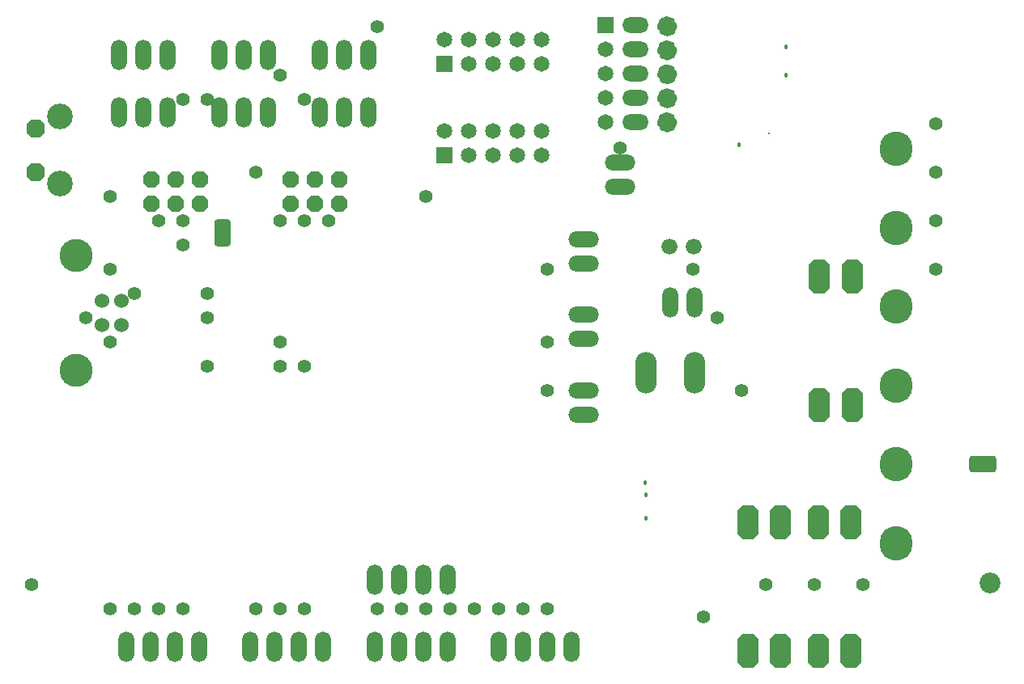
<source format=gbs>
G04 Layer_Color=16711935*
%FSLAX24Y24*%
%MOIN*%
G70*
G01*
G75*
%ADD29C,0.0600*%
G04:AMPARAMS|DCode=185|XSize=56mil|YSize=56mil|CornerRadius=28mil|HoleSize=0mil|Usage=FLASHONLY|Rotation=90.000|XOffset=0mil|YOffset=0mil|HoleType=Round|Shape=RoundedRectangle|*
%AMROUNDEDRECTD185*
21,1,0.0560,0.0000,0,0,90.0*
21,1,0.0000,0.0560,0,0,90.0*
1,1,0.0560,0.0000,0.0000*
1,1,0.0560,0.0000,0.0000*
1,1,0.0560,0.0000,0.0000*
1,1,0.0560,0.0000,0.0000*
%
%ADD185ROUNDEDRECTD185*%
%ADD221R,0.0651X0.0651*%
%ADD222C,0.0651*%
G04:AMPARAMS|DCode=223|XSize=139mil|YSize=89mil|CornerRadius=0mil|HoleSize=0mil|Usage=FLASHONLY|Rotation=90.000|XOffset=0mil|YOffset=0mil|HoleType=Round|Shape=Octagon|*
%AMOCTAGOND223*
4,1,8,0.0223,0.0695,-0.0223,0.0695,-0.0445,0.0473,-0.0445,-0.0473,-0.0223,-0.0695,0.0223,-0.0695,0.0445,-0.0473,0.0445,0.0473,0.0223,0.0695,0.0*
%
%ADD223OCTAGOND223*%

%ADD224O,0.0885X0.1710*%
%ADD225O,0.0660X0.1260*%
%ADD226P,0.0823X8X292.5*%
%ADD227C,0.1060*%
%ADD228C,0.1365*%
%ADD229P,0.0736X8X22.5*%
%ADD230O,0.1260X0.0660*%
%ADD231C,0.0660*%
%ADD232O,0.1084X0.0651*%
%ADD233R,0.0651X0.0651*%
%ADD234O,0.1360X0.1420*%
%ADD235C,0.0860*%
%ADD236C,0.0180*%
%ADD237C,0.0080*%
%ADD238C,0.0420*%
%ADD239R,0.0354X0.0704*%
%ADD240R,0.0704X0.0354*%
G04:AMPARAMS|DCode=241|XSize=56mil|YSize=56mil|CornerRadius=28mil|HoleSize=0mil|Usage=FLASHONLY|Rotation=180.000|XOffset=0mil|YOffset=0mil|HoleType=Round|Shape=RoundedRectangle|*
%AMROUNDEDRECTD241*
21,1,0.0560,0.0000,0,0,180.0*
21,1,0.0000,0.0560,0,0,180.0*
1,1,0.0560,0.0000,0.0000*
1,1,0.0560,0.0000,0.0000*
1,1,0.0560,0.0000,0.0000*
1,1,0.0560,0.0000,0.0000*
%
%ADD241ROUNDEDRECTD241*%
G04:AMPARAMS|DCode=242|XSize=52mil|YSize=69mil|CornerRadius=14.5mil|HoleSize=0mil|Usage=FLASHONLY|Rotation=180.000|XOffset=0mil|YOffset=0mil|HoleType=Round|Shape=RoundedRectangle|*
%AMROUNDEDRECTD242*
21,1,0.0520,0.0400,0,0,180.0*
21,1,0.0230,0.0690,0,0,180.0*
1,1,0.0290,-0.0115,0.0200*
1,1,0.0290,0.0115,0.0200*
1,1,0.0290,0.0115,-0.0200*
1,1,0.0290,-0.0115,-0.0200*
%
%ADD242ROUNDEDRECTD242*%
G04:AMPARAMS|DCode=243|XSize=52mil|YSize=69mil|CornerRadius=14.5mil|HoleSize=0mil|Usage=FLASHONLY|Rotation=270.000|XOffset=0mil|YOffset=0mil|HoleType=Round|Shape=RoundedRectangle|*
%AMROUNDEDRECTD243*
21,1,0.0520,0.0400,0,0,270.0*
21,1,0.0230,0.0690,0,0,270.0*
1,1,0.0290,-0.0200,-0.0115*
1,1,0.0290,-0.0200,0.0115*
1,1,0.0290,0.0200,0.0115*
1,1,0.0290,0.0200,-0.0115*
%
%ADD243ROUNDEDRECTD243*%
D29*
X13668Y24697D02*
D03*
Y25689D02*
D03*
X14458D02*
D03*
Y24697D02*
D03*
D185*
X32000Y13000D02*
D03*
X31000D02*
D03*
X30000D02*
D03*
X29000D02*
D03*
X28000D02*
D03*
X27000D02*
D03*
X26000D02*
D03*
X25000D02*
D03*
X22000D02*
D03*
X21000D02*
D03*
X20000D02*
D03*
X14000D02*
D03*
X15000D02*
D03*
X16000D02*
D03*
X17000D02*
D03*
X35000Y32000D02*
D03*
X32000Y22000D02*
D03*
X10740Y14000D02*
D03*
D221*
X27740Y31690D02*
D03*
Y35440D02*
D03*
D222*
Y32690D02*
D03*
X28740Y31690D02*
D03*
Y32690D02*
D03*
X29740Y31690D02*
D03*
Y32690D02*
D03*
X30740Y31690D02*
D03*
Y32690D02*
D03*
X31740Y31690D02*
D03*
Y32690D02*
D03*
X27740Y36440D02*
D03*
X28740Y35440D02*
D03*
Y36440D02*
D03*
X29740Y35440D02*
D03*
Y36440D02*
D03*
X30740Y35440D02*
D03*
Y36440D02*
D03*
X31740Y35440D02*
D03*
Y36440D02*
D03*
X34397Y33057D02*
D03*
Y34057D02*
D03*
Y35057D02*
D03*
Y36057D02*
D03*
D223*
X43200Y21380D02*
D03*
X44540D02*
D03*
Y26680D02*
D03*
X43200D02*
D03*
X41590Y11254D02*
D03*
X40250D02*
D03*
Y16554D02*
D03*
X41590D02*
D03*
X44490Y16550D02*
D03*
X43150D02*
D03*
Y11250D02*
D03*
X44490D02*
D03*
D224*
X36057Y22717D02*
D03*
X38057D02*
D03*
D225*
X33000Y11421D02*
D03*
X32000D02*
D03*
X31000D02*
D03*
X30000D02*
D03*
X27878Y14173D02*
D03*
X26878D02*
D03*
X25878D02*
D03*
X24878D02*
D03*
X27878Y11417D02*
D03*
X26878D02*
D03*
X25878D02*
D03*
X24878D02*
D03*
X24622Y35827D02*
D03*
X23622D02*
D03*
X22622D02*
D03*
X18488D02*
D03*
X19488D02*
D03*
X20488D02*
D03*
X16354D02*
D03*
X15354D02*
D03*
X14354D02*
D03*
X37059Y25630D02*
D03*
X38059D02*
D03*
X22760Y11417D02*
D03*
X21760D02*
D03*
X20760D02*
D03*
X19760D02*
D03*
X20488Y33465D02*
D03*
X19488D02*
D03*
X18488D02*
D03*
X22622D02*
D03*
X23622D02*
D03*
X24622D02*
D03*
X16354D02*
D03*
X15354D02*
D03*
X14354D02*
D03*
X17642Y11417D02*
D03*
X16642D02*
D03*
X15642D02*
D03*
X14642D02*
D03*
D226*
X10927Y32780D02*
D03*
Y31000D02*
D03*
D227*
X11907Y33270D02*
D03*
Y30510D02*
D03*
D228*
X12598Y22827D02*
D03*
Y27559D02*
D03*
D229*
X21421Y29676D02*
D03*
Y30676D02*
D03*
X22421Y29676D02*
D03*
Y30676D02*
D03*
X23421Y29676D02*
D03*
Y30676D02*
D03*
X15695Y29676D02*
D03*
Y30676D02*
D03*
X16695Y29676D02*
D03*
Y30676D02*
D03*
X17695Y29676D02*
D03*
Y30676D02*
D03*
D230*
X33504Y27217D02*
D03*
Y28217D02*
D03*
Y24106D02*
D03*
Y25106D02*
D03*
X34990Y31370D02*
D03*
Y30370D02*
D03*
X33504Y20996D02*
D03*
Y21996D02*
D03*
D231*
X37008Y27913D02*
D03*
X38008D02*
D03*
D232*
X35613Y33057D02*
D03*
Y34057D02*
D03*
Y35057D02*
D03*
Y36057D02*
D03*
Y37057D02*
D03*
D233*
X34397D02*
D03*
D234*
X46370Y31945D02*
D03*
Y28695D02*
D03*
Y25445D02*
D03*
Y22195D02*
D03*
Y18945D02*
D03*
Y15695D02*
D03*
D235*
X50207Y14055D02*
D03*
D236*
X36020Y18200D02*
D03*
X41830Y36140D02*
D03*
X41826Y34996D02*
D03*
X39890Y32123D02*
D03*
X36060Y17700D02*
D03*
X36050Y16730D02*
D03*
D237*
X41130Y32600D02*
D03*
D238*
X37126Y33041D02*
G03*
X37126Y33041I-200J0D01*
G01*
Y34031D02*
G03*
X37126Y34031I-200J0D01*
G01*
Y35020D02*
G03*
X37126Y35020I-200J0D01*
G01*
Y36009D02*
G03*
X37126Y36009I-200J0D01*
G01*
Y36998D02*
G03*
X37126Y36998I-200J0D01*
G01*
D239*
X49920Y18948D02*
D03*
D240*
X18624Y28504D02*
D03*
D241*
X21000Y23000D02*
D03*
X22000D02*
D03*
X21000Y24000D02*
D03*
X14000Y27000D02*
D03*
X15000Y26000D02*
D03*
X18000D02*
D03*
Y25000D02*
D03*
Y23000D02*
D03*
X39000Y25000D02*
D03*
X38000Y27000D02*
D03*
X48000Y29000D02*
D03*
Y33000D02*
D03*
Y27000D02*
D03*
Y31000D02*
D03*
X32000Y24000D02*
D03*
Y27000D02*
D03*
X40000Y22000D02*
D03*
X21000Y29000D02*
D03*
X22000D02*
D03*
X27000Y30000D02*
D03*
X23000Y29000D02*
D03*
X17000Y34000D02*
D03*
X18000D02*
D03*
X21000Y35000D02*
D03*
X22000Y34000D02*
D03*
X17000Y28000D02*
D03*
X16000Y29000D02*
D03*
X14000Y30000D02*
D03*
X17000Y29000D02*
D03*
X14000Y24000D02*
D03*
X13000Y25000D02*
D03*
X25000Y37000D02*
D03*
X20000Y31000D02*
D03*
X41000Y14000D02*
D03*
X43000D02*
D03*
X45000D02*
D03*
X38410Y12640D02*
D03*
D242*
X50210Y18940D02*
D03*
X49610D02*
D03*
D243*
X18632Y28794D02*
D03*
Y28194D02*
D03*
M02*

</source>
